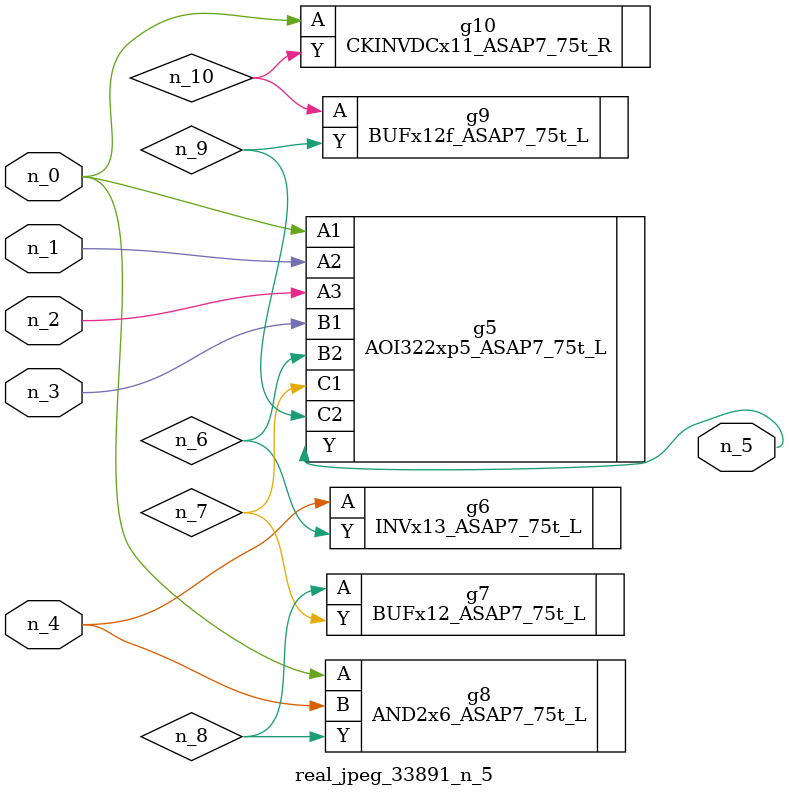
<source format=v>
module real_jpeg_33891_n_5 (n_4, n_0, n_1, n_2, n_3, n_5);

input n_4;
input n_0;
input n_1;
input n_2;
input n_3;

output n_5;

wire n_8;
wire n_6;
wire n_7;
wire n_10;
wire n_9;

AOI322xp5_ASAP7_75t_L g5 ( 
.A1(n_0),
.A2(n_1),
.A3(n_2),
.B1(n_3),
.B2(n_6),
.C1(n_7),
.C2(n_9),
.Y(n_5)
);

AND2x6_ASAP7_75t_L g8 ( 
.A(n_0),
.B(n_4),
.Y(n_8)
);

CKINVDCx11_ASAP7_75t_R g10 ( 
.A(n_0),
.Y(n_10)
);

INVx13_ASAP7_75t_L g6 ( 
.A(n_4),
.Y(n_6)
);

BUFx12_ASAP7_75t_L g7 ( 
.A(n_8),
.Y(n_7)
);

BUFx12f_ASAP7_75t_L g9 ( 
.A(n_10),
.Y(n_9)
);


endmodule
</source>
